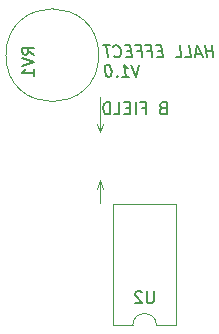
<source format=gbo>
G04 #@! TF.GenerationSoftware,KiCad,Pcbnew,(5.1.4)-1*
G04 #@! TF.CreationDate,2019-11-21T21:08:13-06:00*
G04 #@! TF.ProjectId,SensorBoard,53656e73-6f72-4426-9f61-72642e6b6963,rev?*
G04 #@! TF.SameCoordinates,Original*
G04 #@! TF.FileFunction,Legend,Bot*
G04 #@! TF.FilePolarity,Positive*
%FSLAX46Y46*%
G04 Gerber Fmt 4.6, Leading zero omitted, Abs format (unit mm)*
G04 Created by KiCad (PCBNEW (5.1.4)-1) date 2019-11-21 21:08:13*
%MOMM*%
%LPD*%
G04 APERTURE LIST*
%ADD10C,0.120000*%
%ADD11C,0.150000*%
G04 APERTURE END LIST*
D10*
X4000000Y-14000000D02*
X3750000Y-14750000D01*
X4000000Y-14000000D02*
X4250000Y-14750000D01*
X4000000Y-10000000D02*
X4250000Y-9250000D01*
X4000000Y-10000000D02*
X3750000Y-9250000D01*
D11*
X9333333Y-7928571D02*
X9190476Y-7976190D01*
X9142857Y-8023809D01*
X9095238Y-8119047D01*
X9095238Y-8261904D01*
X9142857Y-8357142D01*
X9190476Y-8404761D01*
X9285714Y-8452380D01*
X9666666Y-8452380D01*
X9666666Y-7452380D01*
X9333333Y-7452380D01*
X9238095Y-7500000D01*
X9190476Y-7547619D01*
X9142857Y-7642857D01*
X9142857Y-7738095D01*
X9190476Y-7833333D01*
X9238095Y-7880952D01*
X9333333Y-7928571D01*
X9666666Y-7928571D01*
X7571428Y-7928571D02*
X7904761Y-7928571D01*
X7904761Y-8452380D02*
X7904761Y-7452380D01*
X7428571Y-7452380D01*
X7047619Y-8452380D02*
X7047619Y-7452380D01*
X6571428Y-7928571D02*
X6238095Y-7928571D01*
X6095238Y-8452380D02*
X6571428Y-8452380D01*
X6571428Y-7452380D01*
X6095238Y-7452380D01*
X5190476Y-8452380D02*
X5666666Y-8452380D01*
X5666666Y-7452380D01*
X4857142Y-8452380D02*
X4857142Y-7452380D01*
X4619047Y-7452380D01*
X4476190Y-7500000D01*
X4380952Y-7595238D01*
X4333333Y-7690476D01*
X4285714Y-7880952D01*
X4285714Y-8023809D01*
X4333333Y-8214285D01*
X4380952Y-8309523D01*
X4476190Y-8404761D01*
X4619047Y-8452380D01*
X4857142Y-8452380D01*
D10*
X4000000Y-14000000D02*
X4000000Y-16000000D01*
X4000000Y-10000000D02*
X4000000Y-7000000D01*
D11*
X13636755Y-3627380D02*
X13511755Y-2627380D01*
X13571279Y-3103571D02*
X12999851Y-3103571D01*
X13065327Y-3627380D02*
X12940327Y-2627380D01*
X12601041Y-3341666D02*
X12124851Y-3341666D01*
X12731994Y-3627380D02*
X12273660Y-2627380D01*
X12065327Y-3627380D01*
X11255803Y-3627380D02*
X11731994Y-3627380D01*
X11606994Y-2627380D01*
X10446279Y-3627380D02*
X10922470Y-3627380D01*
X10797470Y-2627380D01*
X9285565Y-3103571D02*
X8952232Y-3103571D01*
X8874851Y-3627380D02*
X9351041Y-3627380D01*
X9226041Y-2627380D01*
X8749851Y-2627380D01*
X8047470Y-3103571D02*
X8380803Y-3103571D01*
X8446279Y-3627380D02*
X8321279Y-2627380D01*
X7845089Y-2627380D01*
X7190327Y-3103571D02*
X7523660Y-3103571D01*
X7589136Y-3627380D02*
X7464136Y-2627380D01*
X6987946Y-2627380D01*
X6666517Y-3103571D02*
X6333184Y-3103571D01*
X6255803Y-3627380D02*
X6731994Y-3627380D01*
X6606994Y-2627380D01*
X6130803Y-2627380D01*
X5243898Y-3532142D02*
X5297470Y-3579761D01*
X5446279Y-3627380D01*
X5541517Y-3627380D01*
X5678422Y-3579761D01*
X5761755Y-3484523D01*
X5797470Y-3389285D01*
X5821279Y-3198809D01*
X5803422Y-3055952D01*
X5731994Y-2865476D01*
X5672470Y-2770238D01*
X5565327Y-2675000D01*
X5416517Y-2627380D01*
X5321279Y-2627380D01*
X5184374Y-2675000D01*
X5142708Y-2722619D01*
X4845089Y-2627380D02*
X4273660Y-2627380D01*
X4684374Y-3627380D02*
X4559374Y-2627380D01*
X7321279Y-4277380D02*
X7112946Y-5277380D01*
X6654613Y-4277380D01*
X5922470Y-5277380D02*
X6493898Y-5277380D01*
X6208184Y-5277380D02*
X6083184Y-4277380D01*
X6196279Y-4420238D01*
X6303422Y-4515476D01*
X6404613Y-4563095D01*
X5481994Y-5182142D02*
X5440327Y-5229761D01*
X5493898Y-5277380D01*
X5535565Y-5229761D01*
X5481994Y-5182142D01*
X5493898Y-5277380D01*
X4702232Y-4277380D02*
X4606994Y-4277380D01*
X4517708Y-4325000D01*
X4476041Y-4372619D01*
X4440327Y-4467857D01*
X4416517Y-4658333D01*
X4446279Y-4896428D01*
X4517708Y-5086904D01*
X4577232Y-5182142D01*
X4630803Y-5229761D01*
X4731994Y-5277380D01*
X4827232Y-5277380D01*
X4916517Y-5229761D01*
X4958184Y-5182142D01*
X4993898Y-5086904D01*
X5017708Y-4896428D01*
X4987946Y-4658333D01*
X4916517Y-4467857D01*
X4856994Y-4372619D01*
X4803422Y-4325000D01*
X4702232Y-4277380D01*
D10*
X10460000Y-26330000D02*
X8810000Y-26330000D01*
X10460000Y-16050000D02*
X10460000Y-26330000D01*
X5160000Y-16050000D02*
X10460000Y-16050000D01*
X5160000Y-26330000D02*
X5160000Y-16050000D01*
X6810000Y-26330000D02*
X5160000Y-26330000D01*
X8810000Y-26330000D02*
G75*
G03X6810000Y-26330000I-1000000J0D01*
G01*
X3930000Y-3460000D02*
G75*
G03X3930000Y-3460000I-3930000J0D01*
G01*
D11*
X8571904Y-23452380D02*
X8571904Y-24261904D01*
X8524285Y-24357142D01*
X8476666Y-24404761D01*
X8381428Y-24452380D01*
X8190952Y-24452380D01*
X8095714Y-24404761D01*
X8048095Y-24357142D01*
X8000476Y-24261904D01*
X8000476Y-23452380D01*
X7571904Y-23547619D02*
X7524285Y-23500000D01*
X7429047Y-23452380D01*
X7190952Y-23452380D01*
X7095714Y-23500000D01*
X7048095Y-23547619D01*
X7000476Y-23642857D01*
X7000476Y-23738095D01*
X7048095Y-23880952D01*
X7619523Y-24452380D01*
X7000476Y-24452380D01*
X-1547619Y-3404761D02*
X-2023809Y-3071428D01*
X-1547619Y-2833333D02*
X-2547619Y-2833333D01*
X-2547619Y-3214285D01*
X-2500000Y-3309523D01*
X-2452380Y-3357142D01*
X-2357142Y-3404761D01*
X-2214285Y-3404761D01*
X-2119047Y-3357142D01*
X-2071428Y-3309523D01*
X-2023809Y-3214285D01*
X-2023809Y-2833333D01*
X-2547619Y-3690476D02*
X-1547619Y-4023809D01*
X-2547619Y-4357142D01*
X-1547619Y-5214285D02*
X-1547619Y-4642857D01*
X-1547619Y-4928571D02*
X-2547619Y-4928571D01*
X-2404761Y-4833333D01*
X-2309523Y-4738095D01*
X-2261904Y-4642857D01*
M02*

</source>
